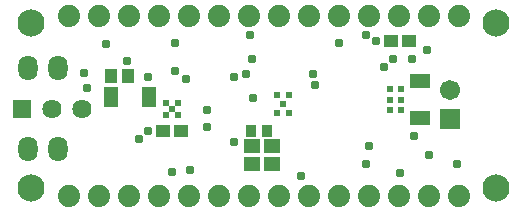
<source format=gbs>
G04 Layer_Color=8150272*
%FSLAX24Y24*%
%MOIN*%
G70*
G01*
G75*
%ADD64R,0.0453X0.0434*%
%ADD66R,0.0710X0.0490*%
%ADD83R,0.0414X0.0453*%
%ADD87O,0.0640X0.0840*%
%ADD88R,0.0640X0.0640*%
%ADD89C,0.0640*%
%ADD90R,0.0670X0.0670*%
%ADD91C,0.0670*%
%ADD92C,0.0740*%
%ADD93C,0.0906*%
%ADD94C,0.0310*%
%ADD95C,0.0237*%
%ADD96R,0.0490X0.0710*%
%ADD97R,0.0532X0.0473*%
%ADD98R,0.0375X0.0414*%
D64*
X32555Y34450D02*
D03*
X33145D02*
D03*
X25545Y31450D02*
D03*
X24955D02*
D03*
D66*
X33500Y33120D02*
D03*
Y31880D02*
D03*
D83*
X23224Y33300D02*
D03*
X23776D02*
D03*
D87*
X21450Y30850D02*
D03*
X20450D02*
D03*
Y33550D02*
D03*
X21450D02*
D03*
D88*
X20250Y32200D02*
D03*
D89*
X21250D02*
D03*
X22250D02*
D03*
D90*
X34500Y31858D02*
D03*
D91*
Y32842D02*
D03*
D92*
X34800Y29300D02*
D03*
X33800D02*
D03*
X32800D02*
D03*
X31800D02*
D03*
X30800D02*
D03*
X29800D02*
D03*
X21800Y35300D02*
D03*
X22800D02*
D03*
X23800D02*
D03*
X24800D02*
D03*
X25800D02*
D03*
X26800D02*
D03*
X21800Y29300D02*
D03*
X22800D02*
D03*
X23800D02*
D03*
X24800D02*
D03*
X25800D02*
D03*
X26800D02*
D03*
X27800D02*
D03*
X28800D02*
D03*
X27800Y35300D02*
D03*
X28800D02*
D03*
X29800D02*
D03*
X30800D02*
D03*
X31800D02*
D03*
X32800D02*
D03*
X33800D02*
D03*
X34800D02*
D03*
D93*
X20550Y29550D02*
D03*
Y35050D02*
D03*
X36050D02*
D03*
Y29550D02*
D03*
D94*
X32850Y30050D02*
D03*
X25700Y33200D02*
D03*
X23050Y34350D02*
D03*
X27300Y33250D02*
D03*
X24450Y31450D02*
D03*
X23750Y33800D02*
D03*
X29550Y29950D02*
D03*
X31700Y30350D02*
D03*
X34750D02*
D03*
X31800Y30950D02*
D03*
X27900Y33850D02*
D03*
X30800Y34400D02*
D03*
X25350D02*
D03*
X26400Y32148D02*
D03*
X32050Y34450D02*
D03*
X33750Y34150D02*
D03*
X22300Y33400D02*
D03*
X22400Y32900D02*
D03*
X25350Y33450D02*
D03*
X27700Y33350D02*
D03*
X24450Y33250D02*
D03*
X30000Y33000D02*
D03*
X24150Y31200D02*
D03*
X33300Y31300D02*
D03*
X33800Y30650D02*
D03*
X26400Y31600D02*
D03*
X29950Y33350D02*
D03*
X27850Y34650D02*
D03*
X25845Y30155D02*
D03*
X27300Y31100D02*
D03*
X31700Y34650D02*
D03*
X27950Y32547D02*
D03*
X32621Y33850D02*
D03*
X33250D02*
D03*
X25250Y30100D02*
D03*
X32300Y33600D02*
D03*
D95*
X28753Y32645D02*
D03*
X25447Y32003D02*
D03*
X25447Y32397D02*
D03*
X25053Y32397D02*
D03*
X25053Y32003D02*
D03*
X25250Y32200D02*
D03*
X28950Y32350D02*
D03*
X28753Y32055D02*
D03*
X29147D02*
D03*
Y32645D02*
D03*
X32897Y32854D02*
D03*
X32503D02*
D03*
Y32146D02*
D03*
Y32500D02*
D03*
X32897Y32146D02*
D03*
Y32500D02*
D03*
D96*
X23230Y32600D02*
D03*
X24470D02*
D03*
D97*
X27915Y30350D02*
D03*
X28585D02*
D03*
X28585Y30950D02*
D03*
X27915D02*
D03*
D98*
X27894Y31450D02*
D03*
X28406D02*
D03*
M02*

</source>
